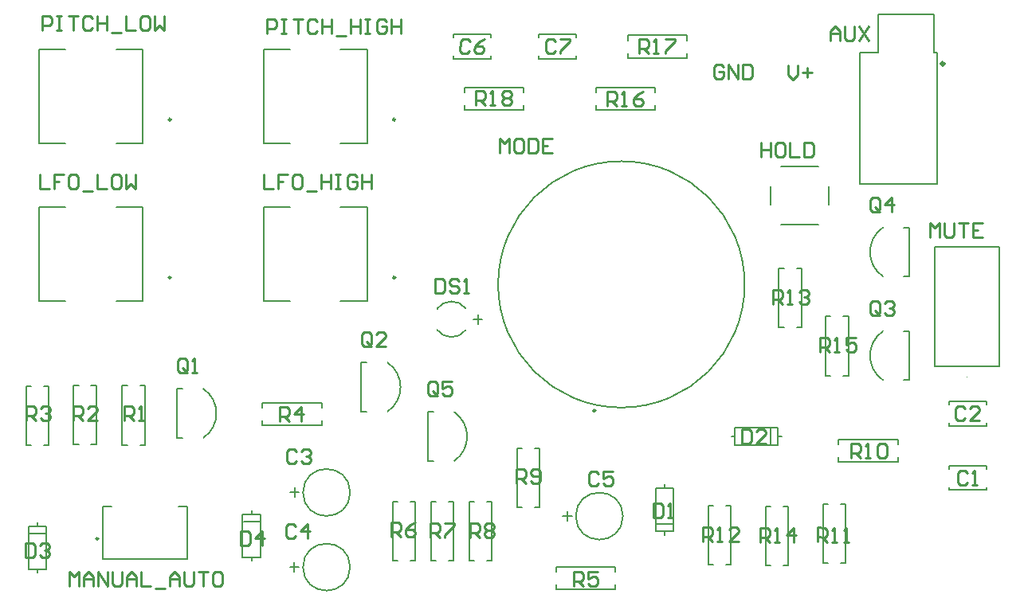
<source format=gto>
G04*
G04 #@! TF.GenerationSoftware,Altium Limited,Altium Designer,25.8.1 (18)*
G04*
G04 Layer_Color=65535*
%FSLAX44Y44*%
%MOMM*%
G71*
G04*
G04 #@! TF.SameCoordinates,5FE610AC-4606-444D-BD4F-D10E618BF681*
G04*
G04*
G04 #@! TF.FilePolarity,Positive*
G04*
G01*
G75*
%ADD10C,0.2500*%
%ADD11C,0.1000*%
%ADD12C,0.2000*%
%ADD13C,0.3400*%
%ADD14C,0.1270*%
%ADD15C,0.2540*%
%ADD16C,0.1500*%
D10*
X163035Y80917D02*
G03*
X163035Y80917I-1250J0D01*
G01*
X240123Y526469D02*
G03*
X240123Y526469I-1250J0D01*
G01*
Y358473D02*
G03*
X240123Y358473I-1250J0D01*
G01*
X478571D02*
G03*
X478571Y358473I-1250J0D01*
G01*
Y526469D02*
G03*
X478571Y526469I-1250J0D01*
G01*
X691267Y217032D02*
G03*
X691267Y217032I-1250J0D01*
G01*
D11*
X1085607Y253626D02*
G03*
X1085607Y252626I0J-500D01*
G01*
D02*
G03*
X1085607Y253626I0J500D01*
G01*
D12*
X430544Y129978D02*
G03*
X430544Y129978I-25000J0D01*
G01*
X430464Y50623D02*
G03*
X430464Y50623I-25000J0D01*
G01*
X541161Y163495D02*
G03*
X541161Y215495I-17783J26000D01*
G01*
X996658Y411711D02*
G03*
X996658Y359711I17783J-26000D01*
G01*
Y301414D02*
G03*
X996658Y249414I17783J-26000D01*
G01*
X470384Y216041D02*
G03*
X470384Y268041I-17783J26000D01*
G01*
X274736Y188121D02*
G03*
X274736Y240121I-17783J26000D01*
G01*
X553370Y325664D02*
G03*
X523050Y325559I-15120J-11506D01*
G01*
Y302758D02*
G03*
X553370Y302653I15200J11400D01*
G01*
X720363Y104862D02*
G03*
X720363Y104862I-25000J0D01*
G01*
X849697Y351224D02*
G03*
X849697Y351224I-130950J0D01*
G01*
X167785Y115417D02*
X177035D01*
X248535D02*
X257785D01*
Y59417D02*
Y115417D01*
X167785Y59417D02*
X257785D01*
X167785D02*
Y115417D01*
X100122Y501469D02*
Y601469D01*
X181873D02*
X210123D01*
X100122D02*
X128372D01*
X210123Y501469D02*
Y601469D01*
X181873Y501469D02*
X210123D01*
X100122D02*
X128372D01*
X754990Y88960D02*
Y134560D01*
X774090D01*
Y88960D02*
Y134560D01*
X754990Y88960D02*
X774090D01*
X755990Y96760D02*
X773090D01*
X764540Y84960D02*
Y88960D01*
Y134560D02*
Y138560D01*
X1066771Y132527D02*
X1106771D01*
X1066771Y155277D02*
Y158527D01*
Y132527D02*
Y135777D01*
Y158527D02*
X1106771D01*
Y155277D02*
Y158527D01*
Y132527D02*
Y135777D01*
X1066771Y200891D02*
X1106771D01*
X1066771Y223641D02*
Y226891D01*
Y200891D02*
Y204141D01*
Y226891D02*
X1106771D01*
Y223641D02*
Y226891D01*
Y200891D02*
Y204141D01*
X839434Y179976D02*
X885034D01*
X839434D02*
Y199076D01*
X885034D01*
Y179976D02*
Y199076D01*
X877233Y180976D02*
Y198076D01*
X885034Y189526D02*
X889034D01*
X835434D02*
X839434D01*
X98309Y44466D02*
Y48466D01*
Y94066D02*
Y98066D01*
X89759Y86266D02*
X106859D01*
X88759Y94066D02*
X107859D01*
X88759Y48466D02*
Y94066D01*
Y48466D02*
X107859D01*
Y94066D01*
X630675Y591179D02*
X670675D01*
X630675Y613928D02*
Y617179D01*
Y591179D02*
Y594429D01*
Y617179D02*
X670675D01*
Y613928D02*
Y617179D01*
Y591179D02*
Y594429D01*
X615172Y555300D02*
Y560560D01*
X552172Y536560D02*
Y541820D01*
X615172Y536560D02*
Y541820D01*
X552172Y555300D02*
Y560560D01*
X615172D01*
X552172Y536560D02*
X615172D01*
X754578Y555300D02*
Y560560D01*
X691579Y536560D02*
Y541820D01*
X754578Y536560D02*
Y541820D01*
X691579Y555300D02*
Y560560D01*
X754578D01*
X691579Y536560D02*
X754578D01*
X788669Y610703D02*
Y615963D01*
X725669Y591963D02*
Y597223D01*
X788669Y591963D02*
Y597223D01*
X725669Y610703D02*
Y615963D01*
X788669D01*
X725669Y591963D02*
X788669D01*
X1051307Y264126D02*
X1119907D01*
Y391126D01*
X1051307D02*
X1119907D01*
X1051307Y264126D02*
Y391126D01*
X886103Y368615D02*
X891363D01*
X904843Y305615D02*
X910103D01*
X904843Y368615D02*
X910103D01*
X886103Y305615D02*
X891363D01*
X886103D02*
Y368615D01*
X910103Y305615D02*
Y368615D01*
X1012642Y180953D02*
Y186213D01*
X949641Y162213D02*
Y167473D01*
X1012642Y162213D02*
Y167473D01*
X949641Y180953D02*
Y186213D01*
X1012642D01*
X949641Y162213D02*
X1012642D01*
X890915Y52459D02*
X896175D01*
X872175Y115459D02*
X877435D01*
X872175Y52459D02*
X877435D01*
X890915Y115459D02*
X896175D01*
Y52459D02*
Y115459D01*
X872175Y52459D02*
Y115459D01*
X811302Y116080D02*
X816562D01*
X830042Y53080D02*
X835302D01*
X830042Y116080D02*
X835302D01*
X811302Y53080D02*
X816562D01*
X811302D02*
Y116080D01*
X835302Y53080D02*
Y116080D01*
X712212Y45389D02*
Y50649D01*
X649212Y26649D02*
Y31909D01*
X712212Y26649D02*
Y31909D01*
X649212Y45389D02*
Y50649D01*
X712212D01*
X649212Y26649D02*
X712212D01*
X475955Y120367D02*
X481215D01*
X494695Y57367D02*
X499955D01*
X494695Y120367D02*
X499955D01*
X475955Y57367D02*
X481215D01*
X475955D02*
Y120367D01*
X499955Y57367D02*
Y120367D01*
X325920Y57334D02*
Y61334D01*
Y106934D02*
Y110934D01*
X317370Y99134D02*
X334470D01*
X316370Y106934D02*
X335470D01*
X316370Y61334D02*
Y106934D01*
Y61334D02*
X335470D01*
Y106934D01*
X337315Y201355D02*
Y206615D01*
X400315Y220095D02*
Y225355D01*
X337315Y220095D02*
Y225355D01*
X400315Y201355D02*
Y206615D01*
X337315Y201355D02*
X400315D01*
X337315Y225355D02*
X400315D01*
X155451Y180783D02*
X160711D01*
X136711Y243783D02*
X141971D01*
X136711Y180783D02*
X141971D01*
X155451Y243783D02*
X160711D01*
Y180783D02*
Y243783D01*
X136711Y180783D02*
Y243783D01*
X86577Y243247D02*
X91837D01*
X105317Y180247D02*
X110577D01*
X105317Y243247D02*
X110577D01*
X86577Y180247D02*
X91837D01*
X86577D02*
Y243247D01*
X110577Y180247D02*
Y243247D01*
X513011Y163495D02*
Y215495D01*
Y163495D02*
X519161D01*
X513011Y215495D02*
X519161D01*
X1024808Y359711D02*
Y411711D01*
X1018658D02*
X1024808D01*
X1018658Y359711D02*
X1024808D01*
Y249414D02*
Y301414D01*
X1018658D02*
X1024808D01*
X1018658Y249414D02*
X1024808D01*
X100122Y333473D02*
X128372D01*
X181873D02*
X210123D01*
Y433473D01*
X100122D02*
X128372D01*
X181873D02*
X210123D01*
X100122Y333473D02*
Y433473D01*
X338571Y333473D02*
X366821D01*
X420321D02*
X448571D01*
Y433473D01*
X338571D02*
X366821D01*
X420321D02*
X448571D01*
X338571Y333473D02*
Y433473D01*
X626386Y114227D02*
X631646D01*
X607646Y177227D02*
X612906D01*
X607646Y114227D02*
X612906D01*
X626386Y177227D02*
X631646D01*
Y114227D02*
Y177227D01*
X607646Y114227D02*
Y177227D01*
X557364Y120367D02*
X562625D01*
X576104Y57367D02*
X581364D01*
X576104Y120367D02*
X581364D01*
X557364Y57367D02*
X562625D01*
X557364D02*
Y120367D01*
X581364Y57367D02*
Y120367D01*
X188453Y243475D02*
X193713D01*
X207193Y180475D02*
X212453D01*
X207193Y243475D02*
X212453D01*
X188453Y180475D02*
X193713D01*
X188453D02*
Y243475D01*
X212453Y180475D02*
Y243475D01*
X933048Y117633D02*
X938308D01*
X951788Y54633D02*
X957048D01*
X951788Y117633D02*
X957048D01*
X933048Y54633D02*
X938308D01*
X933048D02*
Y117633D01*
X957048Y54633D02*
Y117633D01*
X935898Y317240D02*
X941158D01*
X954638Y254240D02*
X959898D01*
X954638Y317240D02*
X959898D01*
X935898Y254240D02*
X941158D01*
X935898D02*
Y317240D01*
X959898Y254240D02*
Y317240D01*
X442234Y216041D02*
Y268041D01*
Y216041D02*
X448384D01*
X442234Y268041D02*
X448384D01*
X246586Y240121D02*
X252736D01*
X246586Y188121D02*
X252736D01*
X246586D02*
Y240121D01*
X338571Y501469D02*
X366821D01*
X420321D02*
X448571D01*
Y601469D01*
X338571D02*
X366821D01*
X420321D02*
X448571D01*
X338571Y501469D02*
Y601469D01*
X566150Y309158D02*
Y319158D01*
X561150Y314158D02*
X571150D01*
X523010Y325008D02*
X523050Y325558D01*
X523010Y303309D02*
X523050Y302758D01*
X535400Y57367D02*
X540660D01*
X516660Y120367D02*
X521920D01*
X516660Y57367D02*
X521920D01*
X535400Y120367D02*
X540660D01*
Y57367D02*
Y120367D01*
X516660Y57367D02*
Y120367D01*
X939085Y435661D02*
Y455661D01*
X888085Y476661D02*
X928085D01*
X888085Y414661D02*
X928085D01*
X877086Y435661D02*
Y455661D01*
X539997Y613928D02*
Y617179D01*
Y591179D02*
Y594429D01*
Y591179D02*
X579997D01*
Y613928D02*
Y617179D01*
Y591179D02*
Y594429D01*
X539997Y617179D02*
X579997D01*
D13*
X1061965Y585989D02*
G03*
X1061965Y585989I-1700J0D01*
G01*
D14*
X1051265Y597989D02*
X1054264D01*
X1051265D02*
Y637989D01*
X991265D02*
X1051265D01*
X991265Y597989D02*
Y637989D01*
X972264Y597989D02*
X991265D01*
X972264Y457989D02*
Y597989D01*
Y457989D02*
X1054264D01*
Y597989D01*
D15*
X896081Y584086D02*
Y573929D01*
X901160Y568851D01*
X906238Y573929D01*
Y584086D01*
X911317Y576469D02*
X921473D01*
X916395Y581547D02*
Y571390D01*
X827243Y582410D02*
X824704Y584949D01*
X819626D01*
X817086Y582410D01*
Y572253D01*
X819626Y569714D01*
X824704D01*
X827243Y572253D01*
Y577332D01*
X822165D01*
X832321Y569714D02*
Y584949D01*
X842478Y569714D01*
Y584949D01*
X847557D02*
Y569714D01*
X855174D01*
X857713Y572253D01*
Y582410D01*
X855174Y584949D01*
X847557D01*
X132135Y30602D02*
Y45837D01*
X137213Y40759D01*
X142291Y45837D01*
Y30602D01*
X147370D02*
Y40759D01*
X152448Y45837D01*
X157527Y40759D01*
Y30602D01*
Y38219D01*
X147370D01*
X162605Y30602D02*
Y45837D01*
X172762Y30602D01*
Y45837D01*
X177840D02*
Y33141D01*
X180379Y30602D01*
X185457D01*
X187997Y33141D01*
Y45837D01*
X193075Y30602D02*
Y40759D01*
X198153Y45837D01*
X203232Y40759D01*
Y30602D01*
Y38219D01*
X193075D01*
X208310Y45837D02*
Y30602D01*
X218467D01*
X223545Y28063D02*
X233702D01*
X238780Y30602D02*
Y40759D01*
X243859Y45837D01*
X248937Y40759D01*
Y30602D01*
Y38219D01*
X238780D01*
X254015Y45837D02*
Y33141D01*
X256555Y30602D01*
X261633D01*
X264172Y33141D01*
Y45837D01*
X269250D02*
X279407D01*
X274329D01*
Y30602D01*
X292103Y45837D02*
X287025D01*
X284485Y43298D01*
Y33141D01*
X287025Y30602D01*
X292103D01*
X294642Y33141D01*
Y43298D01*
X292103Y45837D01*
X100584Y467863D02*
Y452628D01*
X110741D01*
X125976Y467863D02*
X115819D01*
Y460245D01*
X120897D01*
X115819D01*
Y452628D01*
X138672Y467863D02*
X133593D01*
X131054Y465324D01*
Y455167D01*
X133593Y452628D01*
X138672D01*
X141211Y455167D01*
Y465324D01*
X138672Y467863D01*
X146289Y450089D02*
X156446D01*
X161524Y467863D02*
Y452628D01*
X171681D01*
X184377Y467863D02*
X179298D01*
X176759Y465324D01*
Y455167D01*
X179298Y452628D01*
X184377D01*
X186916Y455167D01*
Y465324D01*
X184377Y467863D01*
X191994D02*
Y452628D01*
X197073Y457706D01*
X202151Y452628D01*
Y467863D01*
X339090D02*
Y452628D01*
X349247D01*
X364482Y467863D02*
X354325D01*
Y460245D01*
X359403D01*
X354325D01*
Y452628D01*
X377178Y467863D02*
X372099D01*
X369560Y465324D01*
Y455167D01*
X372099Y452628D01*
X377178D01*
X379717Y455167D01*
Y465324D01*
X377178Y467863D01*
X384795Y450089D02*
X394952D01*
X400030Y467863D02*
Y452628D01*
Y460245D01*
X410187D01*
Y467863D01*
Y452628D01*
X415265Y467863D02*
X420344D01*
X417804D01*
Y452628D01*
X415265D01*
X420344D01*
X438118Y465324D02*
X435579Y467863D01*
X430500D01*
X427961Y465324D01*
Y455167D01*
X430500Y452628D01*
X435579D01*
X438118Y455167D01*
Y460245D01*
X433040D01*
X443196Y467863D02*
Y452628D01*
Y460245D01*
X453353D01*
Y467863D01*
Y452628D01*
X1046667Y400995D02*
Y416230D01*
X1051745Y411152D01*
X1056823Y416230D01*
Y400995D01*
X1061902Y416230D02*
Y403534D01*
X1064441Y400995D01*
X1069519D01*
X1072058Y403534D01*
Y416230D01*
X1077137D02*
X1087293D01*
X1082215D01*
Y400995D01*
X1102529Y416230D02*
X1092372D01*
Y400995D01*
X1102529D01*
X1092372Y408612D02*
X1097450D01*
X940504Y610024D02*
Y620180D01*
X945582Y625259D01*
X950661Y620180D01*
Y610024D01*
Y617641D01*
X940504D01*
X955739Y625259D02*
Y612563D01*
X958278Y610024D01*
X963357D01*
X965896Y612563D01*
Y625259D01*
X970974D02*
X981131Y610024D01*
Y625259D02*
X970974Y610024D01*
X867156Y502153D02*
Y486918D01*
Y494535D01*
X877313D01*
Y502153D01*
Y486918D01*
X890008Y502153D02*
X884930D01*
X882391Y499614D01*
Y489457D01*
X884930Y486918D01*
X890008D01*
X892548Y489457D01*
Y499614D01*
X890008Y502153D01*
X897626D02*
Y486918D01*
X907783D01*
X912861Y502153D02*
Y486918D01*
X920479D01*
X923018Y489457D01*
Y499614D01*
X920479Y502153D01*
X912861D01*
X589026Y490982D02*
Y506217D01*
X594104Y501139D01*
X599183Y506217D01*
Y490982D01*
X611879Y506217D02*
X606800D01*
X604261Y503678D01*
Y493521D01*
X606800Y490982D01*
X611879D01*
X614418Y493521D01*
Y503678D01*
X611879Y506217D01*
X619496D02*
Y490982D01*
X627114D01*
X629653Y493521D01*
Y503678D01*
X627114Y506217D01*
X619496D01*
X644888D02*
X634731D01*
Y490982D01*
X644888D01*
X634731Y498599D02*
X639809D01*
X606992Y139969D02*
X607043Y155204D01*
X614661Y155178D01*
X617191Y152631D01*
X617174Y147552D01*
X614626Y145022D01*
X607009Y145048D01*
X612087Y145030D02*
X617148Y139935D01*
X622235Y142457D02*
X624766Y139909D01*
X629844Y139892D01*
X632392Y142422D01*
X632426Y152579D01*
X629896Y155127D01*
X624817Y155144D01*
X622270Y152613D01*
X622261Y150074D01*
X624791Y147527D01*
X632409Y147501D01*
X558030Y81718D02*
Y96953D01*
X565648D01*
X568187Y94414D01*
Y89336D01*
X565648Y86797D01*
X558030D01*
X563109D02*
X568187Y81718D01*
X573265Y94414D02*
X575804Y96953D01*
X580883D01*
X583422Y94414D01*
Y91875D01*
X580883Y89336D01*
X583422Y86797D01*
Y84257D01*
X580883Y81718D01*
X575804D01*
X573265Y84257D01*
Y86797D01*
X575804Y89336D01*
X573265Y91875D01*
Y94414D01*
X575804Y89336D02*
X580883D01*
X737749Y596877D02*
Y612113D01*
X745367D01*
X747906Y609573D01*
Y604495D01*
X745367Y601956D01*
X737749D01*
X742828D02*
X747906Y596877D01*
X752984D02*
X758063D01*
X755524D01*
Y612113D01*
X752984Y609573D01*
X765680Y612113D02*
X775837D01*
Y609573D01*
X765680Y599417D01*
Y596877D01*
X564171Y541459D02*
Y556694D01*
X571789D01*
X574328Y554155D01*
Y549076D01*
X571789Y546537D01*
X564171D01*
X569250D02*
X574328Y541459D01*
X579406D02*
X584485D01*
X581946D01*
Y556694D01*
X579406Y554155D01*
X592102D02*
X594641Y556694D01*
X599720D01*
X602259Y554155D01*
Y551615D01*
X599720Y549076D01*
X602259Y546537D01*
Y543998D01*
X599720Y541459D01*
X594641D01*
X592102Y543998D01*
Y546537D01*
X594641Y549076D01*
X592102Y551615D01*
Y554155D01*
X594641Y549076D02*
X599720D01*
X668580Y30792D02*
Y46027D01*
X676197D01*
X678736Y43488D01*
Y38410D01*
X676197Y35870D01*
X668580D01*
X673658D02*
X678736Y30792D01*
X693971Y46027D02*
X683815D01*
Y38410D01*
X688893Y40949D01*
X691432D01*
X693971Y38410D01*
Y33331D01*
X691432Y30792D01*
X686354D01*
X683815Y33331D01*
X474604Y82820D02*
Y98055D01*
X482222D01*
X484761Y95516D01*
Y90438D01*
X482222Y87899D01*
X474604D01*
X479683D02*
X484761Y82820D01*
X499996Y98055D02*
X494918Y95516D01*
X489840Y90438D01*
Y85359D01*
X492379Y82820D01*
X497457D01*
X499996Y85359D01*
Y87899D01*
X497457Y90438D01*
X489840D01*
X516089Y82434D02*
X516128Y97669D01*
X523745Y97649D01*
X526278Y95104D01*
X526265Y90026D01*
X523719Y87493D01*
X516102Y87512D01*
X521180Y87499D02*
X526246Y82408D01*
X531362Y97630D02*
X541519Y97605D01*
X541513Y95065D01*
X531330Y84934D01*
X531324Y82395D01*
X136480Y206956D02*
Y222191D01*
X144098D01*
X146637Y219652D01*
Y214573D01*
X144098Y212034D01*
X136480D01*
X141559D02*
X146637Y206956D01*
X161872D02*
X151715D01*
X161872Y217113D01*
Y219652D01*
X159333Y222191D01*
X154255D01*
X151715Y219652D01*
X190519Y206576D02*
Y221811D01*
X198137D01*
X200676Y219272D01*
Y214193D01*
X198137Y211654D01*
X190519D01*
X195598D02*
X200676Y206576D01*
X205754D02*
X210833D01*
X208293D01*
Y221811D01*
X205754Y219272D01*
X355401Y205815D02*
Y221050D01*
X363018D01*
X365557Y218511D01*
Y213433D01*
X363018Y210894D01*
X355401D01*
X360479D02*
X365557Y205815D01*
X378253D02*
Y221050D01*
X370636Y213433D01*
X380792D01*
X86121Y206766D02*
Y222001D01*
X93738D01*
X96278Y219461D01*
Y214383D01*
X93738Y211844D01*
X86121D01*
X91199D02*
X96278Y206766D01*
X101356Y219461D02*
X103895Y222001D01*
X108973D01*
X111513Y219461D01*
Y216922D01*
X108973Y214383D01*
X106434D01*
X108973D01*
X111513Y211844D01*
Y209305D01*
X108973Y206766D01*
X103895D01*
X101356Y209305D01*
X805138Y77731D02*
Y92966D01*
X812756D01*
X815295Y90427D01*
Y85349D01*
X812756Y82809D01*
X805138D01*
X810217D02*
X815295Y77731D01*
X820374D02*
X825452D01*
X822913D01*
Y92966D01*
X820374Y90427D01*
X843226Y77731D02*
X833070D01*
X843226Y87888D01*
Y90427D01*
X840687Y92966D01*
X835609D01*
X833070Y90427D01*
X962868Y166478D02*
Y181713D01*
X970486D01*
X973025Y179174D01*
Y174095D01*
X970486Y171556D01*
X962868D01*
X967946D02*
X973025Y166478D01*
X978103D02*
X983181D01*
X980642D01*
Y181713D01*
X978103Y179174D01*
X990799D02*
X993338Y181713D01*
X998417D01*
X1000956Y179174D01*
Y169017D01*
X998417Y166478D01*
X993338D01*
X990799Y169017D01*
Y179174D01*
X927239Y77521D02*
X927569Y92752D01*
X935185Y92587D01*
X937669Y89993D01*
X937559Y84916D01*
X934965Y82433D01*
X927349Y82598D01*
X932426Y82488D02*
X937393Y77301D01*
X942470Y77190D02*
X947548Y77080D01*
X945009Y77135D01*
X945340Y92367D01*
X942746Y89883D01*
X955163Y76915D02*
X960240Y76805D01*
X957702Y76860D01*
X958032Y92091D01*
X955439Y89608D01*
X879632Y330099D02*
Y345334D01*
X887250D01*
X889789Y342795D01*
Y337716D01*
X887250Y335177D01*
X879632D01*
X884710D02*
X889789Y330099D01*
X894867D02*
X899945D01*
X897406D01*
Y345334D01*
X894867Y342795D01*
X907563D02*
X910102Y345334D01*
X915181D01*
X917720Y342795D01*
Y340256D01*
X915181Y337716D01*
X912641D01*
X915181D01*
X917720Y335177D01*
Y332638D01*
X915181Y330099D01*
X910102D01*
X907563Y332638D01*
X704039Y541230D02*
Y556465D01*
X711656D01*
X714195Y553926D01*
Y548848D01*
X711656Y546309D01*
X704039D01*
X709117D02*
X714195Y541230D01*
X719274D02*
X724352D01*
X721813D01*
Y556465D01*
X719274Y553926D01*
X742126Y556465D02*
X737048Y553926D01*
X731970Y548848D01*
Y543770D01*
X734509Y541230D01*
X739587D01*
X742126Y543770D01*
Y546309D01*
X739587Y548848D01*
X731970D01*
X929439Y279125D02*
X929404Y294360D01*
X937021Y294378D01*
X939566Y291845D01*
X939578Y286766D01*
X937045Y284221D01*
X929427Y284203D01*
X934506Y284215D02*
X939596Y279149D01*
X944674Y279161D02*
X949753Y279172D01*
X947214Y279167D01*
X947178Y294402D01*
X944645Y291856D01*
X967491Y294449D02*
X957335Y294425D01*
X957352Y286808D01*
X962425Y289359D01*
X964964Y289365D01*
X967509Y286831D01*
X967521Y281753D01*
X964988Y279208D01*
X959909Y279196D01*
X957364Y281729D01*
X866293Y77351D02*
Y92586D01*
X873911D01*
X876450Y90047D01*
Y84969D01*
X873911Y82429D01*
X866293D01*
X871372D02*
X876450Y77351D01*
X881528D02*
X886607D01*
X884067D01*
Y92586D01*
X881528Y90047D01*
X901842Y77351D02*
Y92586D01*
X894224Y84969D01*
X904381D01*
X523745Y234949D02*
Y245106D01*
X521205Y247645D01*
X516127D01*
X513588Y245106D01*
Y234949D01*
X516127Y232410D01*
X521205D01*
X518666Y237488D02*
X523745Y232410D01*
X521205D02*
X523745Y234949D01*
X538980Y247645D02*
X528823D01*
Y240027D01*
X533901Y242567D01*
X536441D01*
X538980Y240027D01*
Y234949D01*
X536441Y232410D01*
X531362D01*
X528823Y234949D01*
X993645Y431037D02*
Y441194D01*
X991105Y443733D01*
X986027D01*
X983488Y441194D01*
Y431037D01*
X986027Y428498D01*
X991105D01*
X988566Y433576D02*
X993645Y428498D01*
X991105D02*
X993645Y431037D01*
X1006340Y428498D02*
Y443733D01*
X998723Y436115D01*
X1008880D01*
X993645Y320801D02*
Y330958D01*
X991105Y333497D01*
X986027D01*
X983488Y330958D01*
Y320801D01*
X986027Y318262D01*
X991105D01*
X988566Y323340D02*
X993645Y318262D01*
X991105D02*
X993645Y320801D01*
X998723Y330958D02*
X1001262Y333497D01*
X1006340D01*
X1008880Y330958D01*
Y328419D01*
X1006340Y325879D01*
X1003801D01*
X1006340D01*
X1008880Y323340D01*
Y320801D01*
X1006340Y318262D01*
X1001262D01*
X998723Y320801D01*
X452879Y287527D02*
Y297684D01*
X450339Y300223D01*
X445261D01*
X442722Y297684D01*
Y287527D01*
X445261Y284988D01*
X450339D01*
X447800Y290066D02*
X452879Y284988D01*
X450339D02*
X452879Y287527D01*
X468114Y284988D02*
X457957D01*
X468114Y295145D01*
Y297684D01*
X465574Y300223D01*
X460496D01*
X457957Y297684D01*
X257299Y259587D02*
Y269744D01*
X254759Y272283D01*
X249681D01*
X247142Y269744D01*
Y259587D01*
X249681Y257048D01*
X254759D01*
X252220Y262126D02*
X257299Y257048D01*
X254759D02*
X257299Y259587D01*
X262377Y257048D02*
X267455D01*
X264916D01*
Y272283D01*
X262377Y269744D01*
X103472Y621604D02*
Y636839D01*
X111089D01*
X113628Y634300D01*
Y629222D01*
X111089Y626683D01*
X103472D01*
X118707Y636839D02*
X123785D01*
X121246D01*
Y621604D01*
X118707D01*
X123785D01*
X131403Y636839D02*
X141559D01*
X136481D01*
Y621604D01*
X156794Y634300D02*
X154255Y636839D01*
X149177D01*
X146638Y634300D01*
Y624144D01*
X149177Y621604D01*
X154255D01*
X156794Y624144D01*
X161873Y636839D02*
Y621604D01*
Y629222D01*
X172029D01*
Y636839D01*
Y621604D01*
X177108Y619065D02*
X187264D01*
X192343Y636839D02*
Y621604D01*
X202500D01*
X215195Y636839D02*
X210117D01*
X207578Y634300D01*
Y624144D01*
X210117Y621604D01*
X215195D01*
X217735Y624144D01*
Y634300D01*
X215195Y636839D01*
X222813D02*
Y621604D01*
X227891Y626683D01*
X232970Y621604D01*
Y636839D01*
X342344Y617829D02*
Y633064D01*
X349962D01*
X352501Y630525D01*
Y625447D01*
X349962Y622908D01*
X342344D01*
X357579Y633064D02*
X362657D01*
X360118D01*
Y617829D01*
X357579D01*
X362657D01*
X370275Y633064D02*
X380432D01*
X375353D01*
Y617829D01*
X395667Y630525D02*
X393128Y633064D01*
X388049D01*
X385510Y630525D01*
Y620368D01*
X388049Y617829D01*
X393128D01*
X395667Y620368D01*
X400745Y633064D02*
Y617829D01*
Y625447D01*
X410902D01*
Y633064D01*
Y617829D01*
X415980Y615290D02*
X426137D01*
X431215Y633064D02*
Y617829D01*
Y625447D01*
X441372D01*
Y633064D01*
Y617829D01*
X446450Y633064D02*
X451529D01*
X448989D01*
Y617829D01*
X446450D01*
X451529D01*
X469303Y630525D02*
X466764Y633064D01*
X461685D01*
X459146Y630525D01*
Y620368D01*
X461685Y617829D01*
X466764D01*
X469303Y620368D01*
Y625447D01*
X464225D01*
X474381Y633064D02*
Y617829D01*
Y625447D01*
X484538D01*
Y633064D01*
Y617829D01*
X521234Y357277D02*
X521096Y342042D01*
X528713Y341973D01*
X531275Y344489D01*
X531367Y354646D01*
X528851Y357208D01*
X521234Y357277D01*
X546602Y354508D02*
X544086Y357070D01*
X539008Y357116D01*
X536446Y354600D01*
X536423Y352061D01*
X538939Y349498D01*
X544017Y349453D01*
X546533Y346890D01*
X546510Y344351D01*
X543948Y341835D01*
X538870Y341881D01*
X536354Y344443D01*
X551565Y341766D02*
X556643Y341720D01*
X554104Y341743D01*
X554242Y356978D01*
X551680Y354462D01*
X314251Y88502D02*
Y73267D01*
X321868D01*
X324407Y75806D01*
Y85963D01*
X321868Y88502D01*
X314251D01*
X337103Y73267D02*
Y88502D01*
X329486Y80884D01*
X339642D01*
X85751Y75799D02*
Y60564D01*
X93368D01*
X95907Y63103D01*
Y73259D01*
X93368Y75799D01*
X85751D01*
X100986Y73259D02*
X103525Y75799D01*
X108603D01*
X111143Y73259D01*
Y70720D01*
X108603Y68181D01*
X106064D01*
X108603D01*
X111143Y65642D01*
Y63103D01*
X108603Y60564D01*
X103525D01*
X100986Y63103D01*
X846517Y197115D02*
Y181880D01*
X854134D01*
X856673Y184419D01*
Y194576D01*
X854134Y197115D01*
X846517D01*
X871908Y181880D02*
X861752D01*
X871908Y192037D01*
Y194576D01*
X869369Y197115D01*
X864291D01*
X861752Y194576D01*
X753145Y118832D02*
Y103597D01*
X760763D01*
X763302Y106136D01*
Y116293D01*
X760763Y118832D01*
X753145D01*
X768380Y103597D02*
X773459D01*
X770919D01*
Y118832D01*
X768380Y116293D01*
X557705Y609870D02*
X555178Y612421D01*
X550099Y612444D01*
X547548Y609917D01*
X547501Y599760D01*
X550029Y597209D01*
X555107Y597186D01*
X557658Y599713D01*
X572952Y612338D02*
X567862Y609822D01*
X562760Y604768D01*
X562736Y599689D01*
X565263Y597138D01*
X570342Y597115D01*
X572893Y599642D01*
X572905Y602181D01*
X570377Y604732D01*
X562760Y604768D01*
X648669Y609858D02*
X646129Y612397D01*
X641051D01*
X638512Y609858D01*
Y599701D01*
X641051Y597162D01*
X646129D01*
X648669Y599701D01*
X653747Y612397D02*
X663904D01*
Y609858D01*
X653747Y599701D01*
Y597162D01*
X694238Y149691D02*
X691698Y152230D01*
X686620D01*
X684081Y149691D01*
Y139534D01*
X686620Y136995D01*
X691698D01*
X694238Y139534D01*
X709473Y152230D02*
X699316D01*
Y144612D01*
X704394Y147151D01*
X706933D01*
X709473Y144612D01*
Y139534D01*
X706933Y136995D01*
X701855D01*
X699316Y139534D01*
X372969Y93848D02*
X370430Y96387D01*
X365351D01*
X362812Y93848D01*
Y83691D01*
X365351Y81152D01*
X370430D01*
X372969Y83691D01*
X385665Y81152D02*
Y96387D01*
X378047Y88769D01*
X388204D01*
X373349Y173283D02*
X370810Y175822D01*
X365732D01*
X363192Y173283D01*
Y163126D01*
X365732Y160587D01*
X370810D01*
X373349Y163126D01*
X378427Y173283D02*
X380966Y175822D01*
X386045D01*
X388584Y173283D01*
Y170743D01*
X386045Y168204D01*
X383506D01*
X386045D01*
X388584Y165665D01*
Y163126D01*
X386045Y160587D01*
X380966D01*
X378427Y163126D01*
X1084062Y219030D02*
X1081523Y221569D01*
X1076444D01*
X1073905Y219030D01*
Y208873D01*
X1076444Y206334D01*
X1081523D01*
X1084062Y208873D01*
X1099297Y206334D02*
X1089140D01*
X1099297Y216491D01*
Y219030D01*
X1096758Y221569D01*
X1091679D01*
X1089140Y219030D01*
X1086125Y151068D02*
X1083585Y153607D01*
X1078507D01*
X1075968Y151068D01*
Y140911D01*
X1078507Y138372D01*
X1083585D01*
X1086125Y140911D01*
X1091203Y138372D02*
X1096281D01*
X1093742D01*
Y153607D01*
X1091203Y151068D01*
D16*
X366464Y130106D02*
X376461D01*
X371462Y135104D02*
Y125107D01*
X366384Y50750D02*
X376380D01*
X371382Y55749D02*
Y45752D01*
X656283Y104990D02*
X666280D01*
X661282Y109988D02*
Y99991D01*
M02*

</source>
